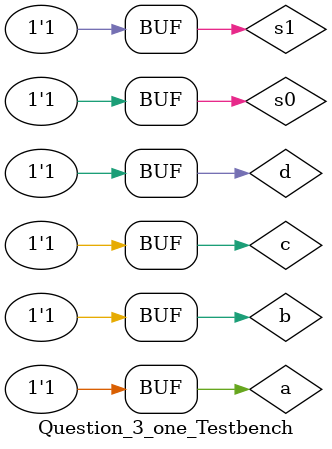
<source format=v>
module Question_3_one_Testbench();
	reg a,b,c,d,s0,s1;
	wire x1,x2,x3,x4,f;
	
	Question_3_one psichico(.a(a), .b(b), .c(c), .d(d), .s0(s0), .s1(s1), .x1(x1), .x2(x2), .x3(x3), .x4(x4), .f(f));
	
	initial begin
		//select each input a,b,c,d, one by one
		#200;
		a = 1;
		b = 1;
		c = 1;
		d = 1;
		#20;
		s0 = 0;
		s1 = 0;
		#50;
		s0 = 0;
		s1 = 1;
		#50;
		s0 = 1;
		s1 = 0;
		#50;
		s0 = 1;
		s1 = 1;
		#50;
		
	end
endmodule
		
</source>
